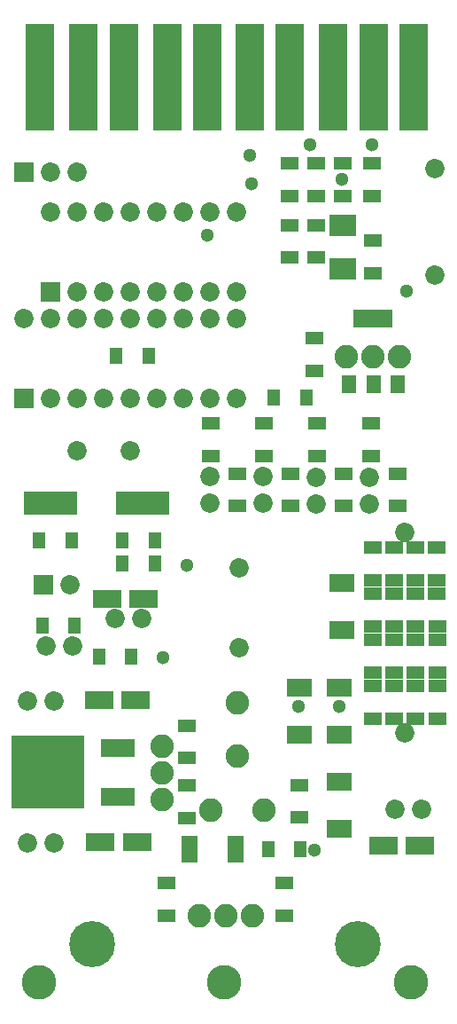
<source format=gbr>
*
%LPD*%
%LNGenTopSolderMask*%
%FSLAX25Y25*%
%MOIN*%
%AD*%
%AD*%
%ADD50C,0.173228346*%
%ADD51R,0.072834646X0.072834646*%
%ADD52C,0.072834646*%
%ADD53C,0.12992126*%
%ADD54R,0.047244094X0.06496063*%
%ADD55R,0.11023622X0.401574803*%
%ADD56R,0.275590551X0.275590551*%
%ADD57R,0.204724409X0.086614173*%
%ADD58R,0.106299213X0.070866142*%
%ADD59R,0.125984252X0.070866142*%
%ADD60C,0.088582677*%
%ADD61C,0.051181102*%
%ADD62R,0.066929134X0.047244094*%
%ADD63R,0.062992126X0.098425197*%
%ADD64R,0.094488189X0.066929134*%
%ADD65R,0.102362205X0.082677165*%
%ADD66R,0.05511811X0.066929134*%
%ADD67R,0.149606299X0.070866142*%
G54D51*
%SRX1Y1I0.0J0.0*%
G1X-215040Y208859D3*
G1X-214844Y123847D3*
G54D52*
G1X-214844Y153847D3*
G1X-213543Y10002D3*
G1X-213542Y-43118D3*
G54D53*
G1X-209303Y-95600D3*
G54D54*
G1X-209252Y70472D3*
G54D55*
G1X-208858Y244291D3*
G54D54*
G1X-208071Y38386D3*
G54D51*
G1X-207487Y53889D3*
G54D52*
G1X-206700Y30868D3*
G54D56*
G1X-206102Y-16732D3*
G54D52*
G1X-205040Y208859D3*
G54D57*
G1X-204921Y84252D3*
G54D52*
G1X-204848Y123846D3*
G1X-204848Y153846D3*
G54D51*
G1X-204848Y163846D3*
G54D52*
G1X-204848Y193846D3*
G1X-203543Y10002D3*
G1X-203542Y-43118D3*
G1X-197487Y53889D3*
G54D54*
G1X-197047Y70472D3*
G54D52*
G1X-196700Y30868D3*
G54D54*
G1X-195866Y38386D3*
G54D52*
G1X-195040Y208859D3*
G1X-194879Y103949D3*
G1X-194848Y123846D3*
G1X-194848Y153846D3*
G1X-194848Y163846D3*
G1X-194848Y193846D3*
G54D55*
G1X-192520Y244291D3*
G54D50*
G1X-189198Y-81372D3*
G54D54*
G1X-186811Y26772D3*
G54D58*
G1X-186614Y10433D3*
G1X-186220Y-42913D3*
G54D52*
G1X-184848Y123846D3*
G1X-184848Y153846D3*
G1X-184848Y163846D3*
G1X-184848Y193846D3*
G54D58*
G1X-183661Y48425D3*
G54D52*
G1X-180744Y41025D3*
G54D54*
G1X-180229Y139764D3*
G54D59*
G1X-179724Y-25787D3*
G1X-179724Y-7677D3*
G54D54*
G1X-177953Y61614D3*
G1X-177953Y70472D3*
G54D55*
G1X-177362Y244291D3*
G54D52*
G1X-174879Y103949D3*
G1X-174848Y123846D3*
G1X-174848Y153846D3*
G1X-174848Y163846D3*
G1X-174848Y193846D3*
G54D54*
G1X-174606Y26772D3*
G54D58*
G1X-172835Y10433D3*
G1X-172441Y-42913D3*
G54D52*
G1X-170744Y41025D3*
G54D57*
G1X-170276Y84252D3*
G54D58*
G1X-169882Y48425D3*
G54D54*
G1X-168024Y139764D3*
G1X-165748Y61614D3*
G1X-165748Y70472D3*
G54D52*
G1X-164848Y123846D3*
G1X-164848Y153846D3*
G1X-164848Y163846D3*
G1X-164848Y193846D3*
G54D60*
G1X-163044Y-27034D3*
G1X-163044Y-17034D3*
G1X-163044Y-7034D3*
G54D61*
G1X-162617Y26445D3*
G54D62*
G1X-161417Y-70472D3*
G1X-161417Y-58268D3*
G54D55*
G1X-161024Y244291D3*
G54D52*
G1X-154848Y123846D3*
G1X-154848Y153846D3*
G1X-154848Y163846D3*
G1X-154848Y193846D3*
G54D61*
G1X-153747Y61043D3*
G54D62*
G1X-153543Y-33858D3*
G1X-153543Y-21654D3*
G1X-153543Y-11417D3*
G1X-153543Y787D3*
G54D63*
G1X-152756Y-45669D3*
G54D60*
G1X-149107Y-70765D3*
G54D61*
G1X-146136Y185067D3*
G54D55*
G1X-145866Y244291D3*
G54D52*
G1X-144908Y84272D3*
G1X-144908Y94272D3*
G1X-144848Y123846D3*
G1X-144848Y153846D3*
G1X-144848Y163846D3*
G1X-144848Y193846D3*
G54D62*
G1X-144685Y102165D3*
G1X-144685Y114370D3*
G54D60*
G1X-144594Y-30841D3*
G54D53*
G1X-139491Y-95617D3*
G54D60*
G1X-139107Y-70765D3*
G54D63*
G1X-135433Y-45669D3*
G54D52*
G1X-134848Y123846D3*
G1X-134848Y153846D3*
G1X-134848Y163846D3*
G1X-134848Y193846D3*
G54D60*
G1X-134792Y-10768D3*
G1X-134792Y9232D3*
G54D62*
G1X-134646Y83268D3*
G1X-134646Y95472D3*
G54D52*
G1X-133821Y30023D3*
G1X-133821Y60023D3*
G54D55*
G1X-130118Y244291D3*
G54D61*
G1X-130065Y214947D3*
G1X-129396Y204270D3*
G54D60*
G1X-129107Y-70765D3*
G54D52*
G1X-124906Y84272D3*
G1X-124906Y94272D3*
G54D62*
G1X-124606Y102165D3*
G1X-124606Y114370D3*
G54D60*
G1X-124594Y-30841D3*
G54D54*
G1X-123031Y-45669D3*
G1X-120866Y124213D3*
G54D62*
G1X-116929Y-70472D3*
G1X-116929Y-58268D3*
G1X-114961Y176575D3*
G1X-114961Y188780D3*
G1X-114961Y199803D3*
G1X-114961Y212008D3*
G54D55*
G1X-114961Y244291D3*
G54D62*
G1X-114567Y83268D3*
G1X-114567Y95472D3*
G54D61*
G1X-111663Y8155D3*
G54D64*
G1X-111417Y-2756D3*
G1X-111417Y14961D3*
G54D62*
G1X-111220Y-33661D3*
G1X-111220Y-21457D3*
G54D54*
G1X-110827Y-45669D3*
G1X-108661Y124213D3*
G54D61*
G1X-107336Y219201D3*
G54D62*
G1X-105709Y134055D3*
G1X-105709Y146260D3*
G54D61*
G1X-105540Y-45842D3*
G54D52*
G1X-104971Y84219D3*
G1X-104971Y94219D3*
G54D62*
G1X-104921Y176575D3*
G1X-104921Y188780D3*
G1X-104921Y199803D3*
G1X-104921Y212008D3*
G1X-104528Y102165D3*
G1X-104528Y114370D3*
G54D55*
G1X-98622Y244291D3*
G54D64*
G1X-96457Y-37992D3*
G1X-96457Y-20276D3*
G1X-96457Y-2756D3*
G1X-96457Y14961D3*
G54D61*
G1X-96436Y8167D3*
G54D64*
G1X-95472Y36811D3*
G1X-95472Y54528D3*
G54D61*
G1X-95277Y206089D3*
G54D62*
G1X-94882Y199802D3*
G1X-94882Y212007D3*
G54D65*
G1X-94882Y172244D3*
G1X-94882Y188780D3*
G54D62*
G1X-94488Y83268D3*
G1X-94488Y95472D3*
G54D60*
G1X-93692Y139280D3*
G54D66*
G1X-92520Y129134D3*
G54D50*
G1X-89317Y-81371D3*
G54D52*
G1X-84874Y84184D3*
G1X-84874Y94184D3*
G54D62*
G1X-84449Y102165D3*
G1X-84449Y114370D3*
G54D61*
G1X-84047Y219104D3*
G54D62*
G1X-83859Y199801D3*
G1X-83859Y212006D3*
G54D60*
G1X-83692Y139280D3*
G54D62*
G1X-83661Y3543D3*
G1X-83661Y15748D3*
G1X-83661Y20866D3*
G1X-83661Y33071D3*
G1X-83661Y38189D3*
G1X-83661Y50394D3*
G1X-83661Y55512D3*
G1X-83661Y67717D3*
G54D67*
G1X-83661Y153740D3*
G54D62*
G1X-83661Y170866D3*
G1X-83661Y183071D3*
G54D66*
G1X-83465Y129134D3*
G54D55*
G1X-83465Y244291D3*
G54D58*
G1X-79724Y-44291D3*
G54D62*
G1X-75787Y50394D3*
G1X-75787Y55512D3*
G1X-75787Y67717D3*
G1X-75591Y3543D3*
G1X-75591Y15748D3*
G1X-75591Y20866D3*
G1X-75591Y33071D3*
G1X-75591Y38189D3*
G54D52*
G1X-75450Y-30556D3*
G54D62*
G1X-74409Y83268D3*
G1X-74409Y95472D3*
G54D66*
G1X-74409Y129134D3*
G54D60*
G1X-73692Y139280D3*
G54D52*
G1X-71811Y73339D3*
G1X-71568Y-1806D3*
G54D61*
G1X-71042Y164215D3*
G54D53*
G1X-69298Y-95600D3*
G54D55*
G1X-68307Y244291D3*
G54D62*
G1X-67717Y50394D3*
G1X-67717Y55512D3*
G1X-67717Y67717D3*
G1X-67520Y3544D3*
G1X-67520Y15748D3*
G1X-67520Y20866D3*
G1X-67520Y33071D3*
G1X-67520Y38189D3*
G54D58*
G1X-65945Y-44291D3*
G54D52*
G1X-65450Y-30556D3*
G1X-60311Y170206D3*
G1X-60311Y210206D3*
G54D62*
G1X-59646Y50392D3*
G1X-59646Y55510D3*
G1X-59646Y67715D3*
G1X-59449Y3542D3*
G1X-59449Y15747D3*
G1X-59449Y20865D3*
G1X-59449Y33069D3*
G1X-59449Y38188D3*
M2*

</source>
